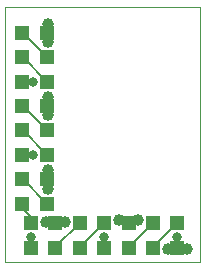
<source format=gtl>
G75*
%MOIN*%
%OFA0B0*%
%FSLAX24Y24*%
%IPPOS*%
%LPD*%
%AMOC8*
5,1,8,0,0,1.08239X$1,22.5*
%
%ADD10C,0.0000*%
%ADD11R,0.0472X0.0472*%
%ADD12C,0.0397*%
%ADD13C,0.0060*%
%ADD14C,0.0317*%
D10*
X002392Y002517D02*
X002392Y011017D01*
X008892Y011017D01*
X008892Y002517D01*
X002392Y002517D01*
D11*
X003267Y002978D03*
X004079Y002978D03*
X004892Y002978D03*
X004892Y003805D03*
X004079Y003805D03*
X003805Y004454D03*
X003267Y003805D03*
X002978Y004454D03*
X002978Y005267D03*
X002978Y006079D03*
X002978Y006892D03*
X002978Y007704D03*
X002978Y008517D03*
X002978Y009329D03*
X002978Y010142D03*
X003805Y010142D03*
X003805Y009329D03*
X003805Y008517D03*
X003805Y007704D03*
X003805Y006892D03*
X003805Y006079D03*
X003805Y005267D03*
X005704Y003805D03*
X006517Y003805D03*
X007329Y003805D03*
X007329Y002978D03*
X006517Y002978D03*
X005704Y002978D03*
X008142Y002978D03*
X008142Y003805D03*
D12*
X008454Y002954D03*
X007829Y002954D03*
X006829Y003892D03*
X006204Y003892D03*
X004392Y003829D03*
X003767Y003829D03*
X003829Y004954D03*
X003829Y005579D03*
X003829Y007392D03*
X003829Y008017D03*
X003829Y009829D03*
X003829Y010454D03*
D13*
X003805Y010454D01*
X003805Y010142D01*
X003805Y009829D01*
X003829Y009829D01*
X003805Y009329D02*
X002993Y010142D01*
X002978Y010142D01*
X002978Y009329D02*
X002993Y009329D01*
X003805Y008517D01*
X003805Y008017D02*
X003805Y007704D01*
X003805Y007392D01*
X003829Y007392D01*
X003805Y006892D02*
X002993Y007704D01*
X002978Y007704D01*
X002978Y006892D02*
X002993Y006892D01*
X003805Y006079D01*
X003805Y005579D02*
X003805Y005267D01*
X003805Y004954D01*
X003829Y004954D01*
X003805Y004454D02*
X002993Y005267D01*
X002978Y005267D01*
X002978Y006079D02*
X003329Y006079D01*
X003805Y005579D02*
X003829Y005579D01*
X002978Y004454D02*
X002978Y004305D01*
X003267Y004017D01*
X003267Y003805D01*
X003267Y003329D02*
X003267Y002978D01*
X004079Y002978D02*
X004079Y002993D01*
X004892Y003805D01*
X004392Y003829D02*
X004079Y003829D01*
X004079Y003805D01*
X004079Y003829D02*
X003767Y003829D01*
X004892Y002993D02*
X005704Y003805D01*
X005704Y003329D02*
X005704Y002978D01*
X006517Y002978D02*
X006517Y002993D01*
X007329Y003805D01*
X006829Y003892D02*
X006517Y003892D01*
X006517Y003805D01*
X006517Y003892D02*
X006204Y003892D01*
X007329Y002993D02*
X008142Y003805D01*
X008142Y003329D02*
X008142Y002978D01*
X008142Y002954D01*
X007829Y002954D01*
X008142Y002954D02*
X008454Y002954D01*
X007329Y002978D02*
X007329Y002993D01*
X004892Y002978D02*
X004892Y002993D01*
X003829Y008017D02*
X003805Y008017D01*
X003329Y008517D02*
X002978Y008517D01*
D14*
X003329Y008517D03*
X003329Y006079D03*
X003267Y003329D03*
X005704Y003329D03*
X008142Y003329D03*
M02*

</source>
